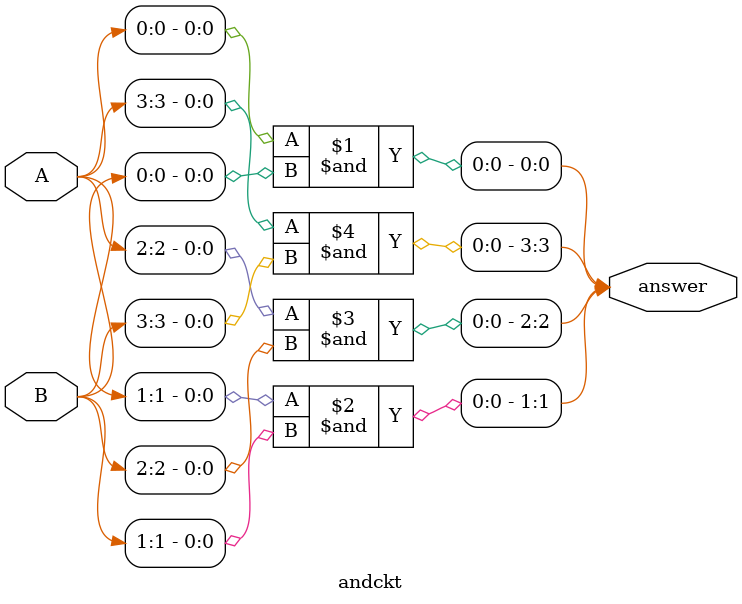
<source format=v>
module andckt(A, B, answer);

input [3:0] A, B;
output [3:0] answer;

and a1(answer[0], A[0], B[0]);
and a2(answer[1], A[1], B[1]);
and a3(answer[2], A[2], B[2]);
and a4(answer[3], A[3], B[3]);

endmodule
</source>
